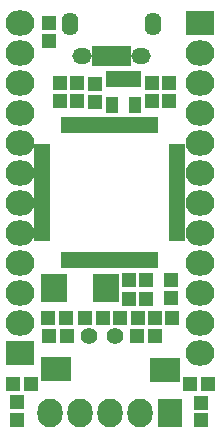
<source format=gts>
G04 #@! TF.FileFunction,Soldermask,Top*
%FSLAX46Y46*%
G04 Gerber Fmt 4.6, Leading zero omitted, Abs format (unit mm)*
G04 Created by KiCad (PCBNEW 4.0.2-stable) date 09.08.2016 00:31:01*
%MOMM*%
G01*
G04 APERTURE LIST*
%ADD10C,0.300000*%
%ADD11R,2.432000X2.127200*%
%ADD12O,2.432000X2.127200*%
%ADD13R,0.800000X1.750000*%
%ADD14O,1.650000X1.350000*%
%ADD15O,1.400000X1.950000*%
%ADD16R,2.580000X2.000000*%
%ADD17R,0.650000X1.400000*%
%ADD18R,1.400000X0.650000*%
%ADD19R,1.050000X1.460000*%
%ADD20R,2.200000X2.400000*%
%ADD21R,1.200000X1.150000*%
%ADD22R,1.150000X1.200000*%
%ADD23R,2.127200X2.432000*%
%ADD24O,2.127200X2.432000*%
%ADD25C,1.400000*%
%ADD26R,1.197560X1.197560*%
G04 APERTURE END LIST*
D10*
D11*
X109220000Y-121920000D03*
D12*
X109220000Y-119380000D03*
X109220000Y-116840000D03*
X109220000Y-114300000D03*
X109220000Y-111760000D03*
X109220000Y-109220000D03*
X109220000Y-106680000D03*
X109220000Y-104140000D03*
X109220000Y-101600000D03*
X109220000Y-99060000D03*
X109220000Y-96520000D03*
X109220000Y-93980000D03*
D11*
X124460000Y-93980000D03*
D12*
X124460000Y-96520000D03*
X124460000Y-99060000D03*
X124460000Y-101600000D03*
X124460000Y-104140000D03*
X124460000Y-106680000D03*
X124460000Y-109220000D03*
X124460000Y-111760000D03*
X124460000Y-114300000D03*
X124460000Y-116840000D03*
X124460000Y-119380000D03*
X124460000Y-121920000D03*
D13*
X118300900Y-96762540D03*
X117650900Y-96762540D03*
X117000900Y-96762540D03*
X116350900Y-96762540D03*
X115700900Y-96762540D03*
D14*
X119500900Y-96762540D03*
X114500900Y-96762540D03*
D15*
X120500900Y-94062540D03*
X113500900Y-94062540D03*
D16*
X112297570Y-123297680D03*
X121502430Y-123302320D03*
D17*
X113090000Y-114000000D03*
X113590000Y-114000000D03*
X114090000Y-114000000D03*
X114590000Y-114000000D03*
X115090000Y-114000000D03*
X115590000Y-114000000D03*
X116090000Y-114000000D03*
X116590000Y-114000000D03*
X117090000Y-114000000D03*
X117590000Y-114000000D03*
X118090000Y-114000000D03*
X118590000Y-114000000D03*
X119090000Y-114000000D03*
X119590000Y-114000000D03*
X120090000Y-114000000D03*
X120590000Y-114000000D03*
D18*
X122540000Y-112050000D03*
X122540000Y-111550000D03*
X122540000Y-111050000D03*
X122540000Y-110550000D03*
X122540000Y-110050000D03*
X122540000Y-109550000D03*
X122540000Y-109050000D03*
X122540000Y-108550000D03*
X122540000Y-108050000D03*
X122540000Y-107550000D03*
X122540000Y-107050000D03*
X122540000Y-106550000D03*
X122540000Y-106050000D03*
X122540000Y-105550000D03*
X122540000Y-105050000D03*
X122540000Y-104550000D03*
D17*
X120590000Y-102600000D03*
X120090000Y-102600000D03*
X119590000Y-102600000D03*
X119090000Y-102600000D03*
X118590000Y-102600000D03*
X118090000Y-102600000D03*
X117590000Y-102600000D03*
X117090000Y-102600000D03*
X116590000Y-102600000D03*
X116090000Y-102600000D03*
X115590000Y-102600000D03*
X115090000Y-102600000D03*
X114590000Y-102600000D03*
X114090000Y-102600000D03*
X113590000Y-102600000D03*
X113090000Y-102600000D03*
D18*
X111140000Y-104550000D03*
X111140000Y-105050000D03*
X111140000Y-105550000D03*
X111140000Y-106050000D03*
X111140000Y-106550000D03*
X111140000Y-107050000D03*
X111140000Y-107550000D03*
X111140000Y-108050000D03*
X111140000Y-108550000D03*
X111140000Y-109050000D03*
X111140000Y-109550000D03*
X111140000Y-110050000D03*
X111140000Y-110550000D03*
X111140000Y-111050000D03*
X111140000Y-111550000D03*
X111140000Y-112050000D03*
D19*
X118950000Y-98700000D03*
X118000000Y-98700000D03*
X117050000Y-98700000D03*
X117050000Y-100900000D03*
X118950000Y-100900000D03*
D20*
X112100000Y-116400000D03*
X116500000Y-116400000D03*
D21*
X111650000Y-118900000D03*
X113150000Y-118900000D03*
X116250000Y-118900000D03*
X114750000Y-118900000D03*
X119150000Y-120500000D03*
X120650000Y-120500000D03*
X113250000Y-120500000D03*
X111750000Y-120500000D03*
X118450000Y-117300000D03*
X119950000Y-117300000D03*
D22*
X122000000Y-115750000D03*
X122000000Y-117250000D03*
X121900000Y-99050000D03*
X121900000Y-100550000D03*
D21*
X118450000Y-115700000D03*
X119950000Y-115700000D03*
X108650000Y-124500000D03*
X110150000Y-124500000D03*
D22*
X114100000Y-100550000D03*
X114100000Y-99050000D03*
X112600000Y-99050000D03*
X112600000Y-100550000D03*
X111700000Y-93950000D03*
X111700000Y-95450000D03*
D21*
X119250000Y-118900000D03*
X117750000Y-118900000D03*
X125150000Y-124500000D03*
X123650000Y-124500000D03*
D22*
X109000000Y-126050000D03*
X109000000Y-127550000D03*
D23*
X121920000Y-127000000D03*
D24*
X119380000Y-127000000D03*
X116840000Y-127000000D03*
X114300000Y-127000000D03*
X111760000Y-127000000D03*
D22*
X115600000Y-100650000D03*
X115600000Y-99150000D03*
X120400000Y-99050000D03*
X120400000Y-100550000D03*
D25*
X117300000Y-120500000D03*
X115100000Y-120500000D03*
D26*
X120650700Y-118900000D03*
X122149300Y-118900000D03*
X124600000Y-126101400D03*
X124600000Y-127600000D03*
M02*

</source>
